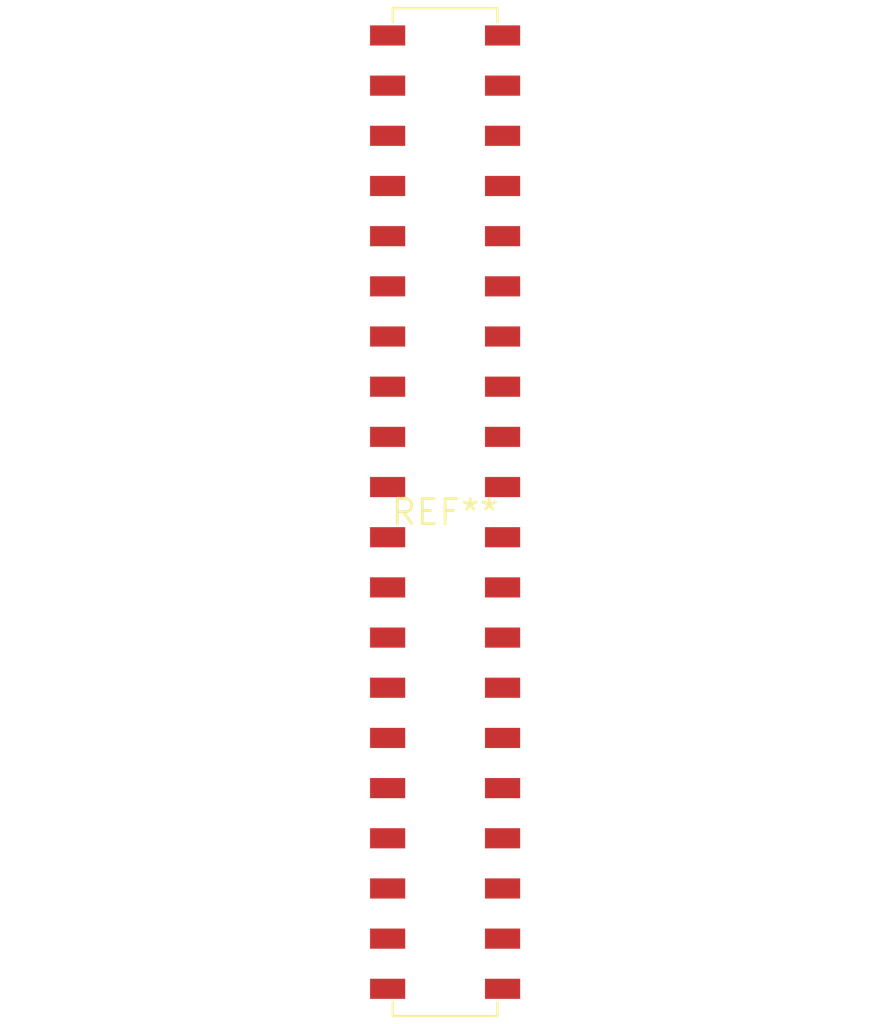
<source format=kicad_pcb>
(kicad_pcb (version 20240108) (generator pcbnew)
  (layers (0 "F.Cu" signal) (31 "B.Cu" signal) (34 "B.Paste" user) (35 "F.Paste" user) (36 "B.SilkS" user "B.Silkscreen") (37 "F.SilkS" user "F.Silkscreen") (38 "B.Mask" user) (39 "F.Mask" user) (44 "Edge.Cuts" user))
  (net 0 "")
  (footprint "Harwin_M20-7812045_2x20_P2.54mm_Vertical" (layer "F.Cu") (at 0 0)
    (property "Reference" "REF**")
    (property "Value" "Harwin_M20-7812045_2x20_P2.54mm_Vertical")
    (fp_line (start -2.65 -25.51) (end 2.65 -25.51) (layer "F.SilkS") (stroke (width 0.12)))
    (fp_line (start -2.65 -24.81) (end -2.65 -25.51) (layer "F.SilkS") (stroke (width 0.12)))
    (fp_line (start -2.65 24.81) (end -2.65 25.51) (layer "F.SilkS") (stroke (width 0.12)))
    (fp_line (start -2.65 25.51) (end 2.65 25.51) (layer "F.SilkS") (stroke (width 0.12)))
    (fp_line (start 2.65 -25.51) (end 2.65 -24.81) (layer "F.SilkS") (stroke (width 0.12)))
    (fp_line (start 2.65 25.51) (end 2.65 24.81) (layer "F.SilkS") (stroke (width 0.12)))
    (pad "" np_thru_hole circle (at -1.27 -24.13) (size 1.02 1.02) (drill 1.02) (layers *.Cu *.Mask))
    (pad "" np_thru_hole circle (at -1.27 -21.59) (size 1.02 1.02) (drill 1.02) (layers *.Cu *.Mask))
    (pad "" np_thru_hole circle (at -1.27 -19.05) (size 1.02 1.02) (drill 1.02) (layers *.Cu *.Mask))
    (pad "" np_thru_hole circle (at -1.27 -16.51) (size 1.02 1.02) (drill 1.02) (layers *.Cu *.Mask))
    (pad "" np_thru_hole circle (at -1.27 -13.97) (size 1.02 1.02) (drill 1.02) (layers *.Cu *.Mask))
    (pad "" np_thru_hole circle (at -1.27 -11.43) (size 1.02 1.02) (drill 1.02) (layers *.Cu *.Mask))
    (pad "" np_thru_hole circle (at -1.27 -8.89) (size 1.02 1.02) (drill 1.02) (layers *.Cu *.Mask))
    (pad "" np_thru_hole circle (at -1.27 -6.35) (size 1.02 1.02) (drill 1.02) (layers *.Cu *.Mask))
    (pad "" np_thru_hole circle (at -1.27 -3.81) (size 1.02 1.02) (drill 1.02) (layers *.Cu *.Mask))
    (pad "" np_thru_hole circle (at -1.27 -1.27) (size 1.02 1.02) (drill 1.02) (layers *.Cu *.Mask))
    (pad "" np_thru_hole circle (at -1.27 1.27) (size 1.02 1.02) (drill 1.02) (layers *.Cu *.Mask))
    (pad "" np_thru_hole circle (at -1.27 3.81) (size 1.02 1.02) (drill 1.02) (layers *.Cu *.Mask))
    (pad "" np_thru_hole circle (at -1.27 6.35) (size 1.02 1.02) (drill 1.02) (layers *.Cu *.Mask))
    (pad "" np_thru_hole circle (at -1.27 8.89) (size 1.02 1.02) (drill 1.02) (layers *.Cu *.Mask))
    (pad "" np_thru_hole circle (at -1.27 11.43) (size 1.02 1.02) (drill 1.02) (layers *.Cu *.Mask))
    (pad "" np_thru_hole circle (at -1.27 13.97) (size 1.02 1.02) (drill 1.02) (layers *.Cu *.Mask))
    (pad "" np_thru_hole circle (at -1.27 16.51) (size 1.02 1.02) (drill 1.02) (layers *.Cu *.Mask))
    (pad "" np_thru_hole circle (at -1.27 19.05) (size 1.02 1.02) (drill 1.02) (layers *.Cu *.Mask))
    (pad "" np_thru_hole circle (at -1.27 21.59) (size 1.02 1.02) (drill 1.02) (layers *.Cu *.Mask))
    (pad "" np_thru_hole circle (at -1.27 24.13) (size 1.02 1.02) (drill 1.02) (layers *.Cu *.Mask))
    (pad "" np_thru_hole circle (at 0 -22.86) (size 1.8 1.8) (drill 1.8) (layers *.Cu *.Mask))
    (pad "" np_thru_hole circle (at 0 22.86) (size 1.8 1.8) (drill 1.8) (layers *.Cu *.Mask))
    (pad "" np_thru_hole circle (at 1.27 -24.13) (size 1.02 1.02) (drill 1.02) (layers *.Cu *.Mask))
    (pad "" np_thru_hole circle (at 1.27 -21.59) (size 1.02 1.02) (drill 1.02) (layers *.Cu *.Mask))
    (pad "" np_thru_hole circle (at 1.27 -19.05) (size 1.02 1.02) (drill 1.02) (layers *.Cu *.Mask))
    (pad "" np_thru_hole circle (at 1.27 -16.51) (size 1.02 1.02) (drill 1.02) (layers *.Cu *.Mask))
    (pad "" np_thru_hole circle (at 1.27 -13.97) (size 1.02 1.02) (drill 1.02) (layers *.Cu *.Mask))
    (pad "" np_thru_hole circle (at 1.27 -11.43) (size 1.02 1.02) (drill 1.02) (layers *.Cu *.Mask))
    (pad "" np_thru_hole circle (at 1.27 -8.89) (size 1.02 1.02) (drill 1.02) (layers *.Cu *.Mask))
    (pad "" np_thru_hole circle (at 1.27 -6.35) (size 1.02 1.02) (drill 1.02) (layers *.Cu *.Mask))
    (pad "" np_thru_hole circle (at 1.27 -3.81) (size 1.02 1.02) (drill 1.02) (layers *.Cu *.Mask))
    (pad "" np_thru_hole circle (at 1.27 -1.27) (size 1.02 1.02) (drill 1.02) (layers *.Cu *.Mask))
    (pad "" np_thru_hole circle (at 1.27 1.27) (size 1.02 1.02) (drill 1.02) (layers *.Cu *.Mask))
    (pad "" np_thru_hole circle (at 1.27 3.81) (size 1.02 1.02) (drill 1.02) (layers *.Cu *.Mask))
    (pad "" np_thru_hole circle (at 1.27 6.35) (size 1.02 1.02) (drill 1.02) (layers *.Cu *.Mask))
    (pad "" np_thru_hole circle (at 1.27 8.89) (size 1.02 1.02) (drill 1.02) (layers *.Cu *.Mask))
    (pad "" np_thru_hole circle (at 1.27 11.43) (size 1.02 1.02) (drill 1.02) (layers *.Cu *.Mask))
    (pad "" np_thru_hole circle (at 1.27 13.97) (size 1.02 1.02) (drill 1.02) (layers *.Cu *.Mask))
    (pad "" np_thru_hole circle (at 1.27 16.51) (size 1.02 1.02) (drill 1.02) (layers *.Cu *.Mask))
    (pad "" np_thru_hole circle (at 1.27 19.05) (size 1.02 1.02) (drill 1.02) (layers *.Cu *.Mask))
    (pad "" np_thru_hole circle (at 1.27 21.59) (size 1.02 1.02) (drill 1.02) (layers *.Cu *.Mask))
    (pad "" np_thru_hole circle (at 1.27 24.13) (size 1.02 1.02) (drill 1.02) (layers *.Cu *.Mask))
    (pad "1" smd rect (at -2.91 -24.13) (size 1.78 1.02) (layers "F.Cu" "F.Paste" "F.Mask"))
    (pad "2" smd rect (at -2.91 -21.59) (size 1.78 1.02) (layers "F.Cu" "F.Paste" "F.Mask"))
    (pad "3" smd rect (at -2.91 -19.05) (size 1.78 1.02) (layers "F.Cu" "F.Paste" "F.Mask"))
    (pad "4" smd rect (at -2.91 -16.51) (size 1.78 1.02) (layers "F.Cu" "F.Paste" "F.Mask"))
    (pad "5" smd rect (at -2.91 -13.97) (size 1.78 1.02) (layers "F.Cu" "F.Paste" "F.Mask"))
    (pad "6" smd rect (at -2.91 -11.43) (size 1.78 1.02) (layers "F.Cu" "F.Paste" "F.Mask"))
    (pad "7" smd rect (at -2.91 -8.89) (size 1.78 1.02) (layers "F.Cu" "F.Paste" "F.Mask"))
    (pad "8" smd rect (at -2.91 -6.35) (size 1.78 1.02) (layers "F.Cu" "F.Paste" "F.Mask"))
    (pad "9" smd rect (at -2.91 -3.81) (size 1.78 1.02) (layers "F.Cu" "F.Paste" "F.Mask"))
    (pad "10" smd rect (at -2.91 -1.27) (size 1.78 1.02) (layers "F.Cu" "F.Paste" "F.Mask"))
    (pad "11" smd rect (at -2.91 1.27) (size 1.78 1.02) (layers "F.Cu" "F.Paste" "F.Mask"))
    (pad "12" smd rect (at -2.91 3.81) (size 1.78 1.02) (layers "F.Cu" "F.Paste" "F.Mask"))
    (pad "13" smd rect (at -2.91 6.35) (size 1.78 1.02) (layers "F.Cu" "F.Paste" "F.Mask"))
    (pad "14" smd rect (at -2.91 8.89) (size 1.78 1.02) (layers "F.Cu" "F.Paste" "F.Mask"))
    (pad "15" smd rect (at -2.91 11.43) (size 1.78 1.02) (layers "F.Cu" "F.Paste" "F.Mask"))
    (pad "16" smd rect (at -2.91 13.97) (size 1.78 1.02) (layers "F.Cu" "F.Paste" "F.Mask"))
    (pad "17" smd rect (at -2.91 16.51) (size 1.78 1.02) (layers "F.Cu" "F.Paste" "F.Mask"))
    (pad "18" smd rect (at -2.91 19.05) (size 1.78 1.02) (layers "F.Cu" "F.Paste" "F.Mask"))
    (pad "19" smd rect (at -2.91 21.59) (size 1.78 1.02) (layers "F.Cu" "F.Paste" "F.Mask"))
    (pad "20" smd rect (at -2.91 24.13) (size 1.78 1.02) (layers "F.Cu" "F.Paste" "F.Mask"))
    (pad "21" smd rect (at 2.91 -24.13) (size 1.78 1.02) (layers "F.Cu" "F.Paste" "F.Mask"))
    (pad "22" smd rect (at 2.91 -21.59) (size 1.78 1.02) (layers "F.Cu" "F.Paste" "F.Mask"))
    (pad "23" smd rect (at 2.91 -19.05) (size 1.78 1.02) (layers "F.Cu" "F.Paste" "F.Mask"))
    (pad "24" smd rect (at 2.91 -16.51) (size 1.78 1.02) (layers "F.Cu" "F.Paste" "F.Mask"))
    (pad "25" smd rect (at 2.91 -13.97) (size 1.78 1.02) (layers "F.Cu" "F.Paste" "F.Mask"))
    (pad "26" smd rect (at 2.91 -11.43) (size 1.78 1.02) (layers "F.Cu" "F.Paste" "F.Mask"))
    (pad "27" smd rect (at 2.91 -8.89) (size 1.78 1.02) (layers "F.Cu" "F.Paste" "F.Mask"))
    (pad "28" smd rect (at 2.91 -6.35) (size 1.78 1.02) (layers "F.Cu" "F.Paste" "F.Mask"))
    (pad "29" smd rect (at 2.91 -3.81) (size 1.78 1.02) (layers "F.Cu" "F.Paste" "F.Mask"))
    (pad "30" smd rect (at 2.91 -1.27) (size 1.78 1.02) (layers "F.Cu" "F.Paste" "F.Mask"))
    (pad "31" smd rect (at 2.91 1.27) (size 1.78 1.02) (layers "F.Cu" "F.Paste" "F.Mask"))
    (pad "32" smd rect (at 2.91 3.81) (size 1.78 1.02) (layers "F.Cu" "F.Paste" "F.Mask"))
    (pad "33" smd rect (at 2.91 6.35) (size 1.78 1.02) (layers "F.Cu" "F.Paste" "F.Mask"))
    (pad "34" smd rect (at 2.91 8.89) (size 1.78 1.02) (layers "F.Cu" "F.Paste" "F.Mask"))
    (pad "35" smd rect (at 2.91 11.43) (size 1.78 1.02) (layers "F.Cu" "F.Paste" "F.Mask"))
    (pad "36" smd rect (at 2.91 13.97) (size 1.78 1.02) (layers "F.Cu" "F.Paste" "F.Mask"))
    (pad "37" smd rect (at 2.91 16.51) (size 1.78 1.02) (layers "F.Cu" "F.Paste" "F.Mask"))
    (pad "38" smd rect (at 2.91 19.05) (size 1.78 1.02) (layers "F.Cu" "F.Paste" "F.Mask"))
    (pad "39" smd rect (at 2.91 21.59) (size 1.78 1.02) (layers "F.Cu" "F.Paste" "F.Mask"))
    (pad "40" smd rect (at 2.91 24.13) (size 1.78 1.02) (layers "F.Cu" "F.Paste" "F.Mask"))
  )
)
</source>
